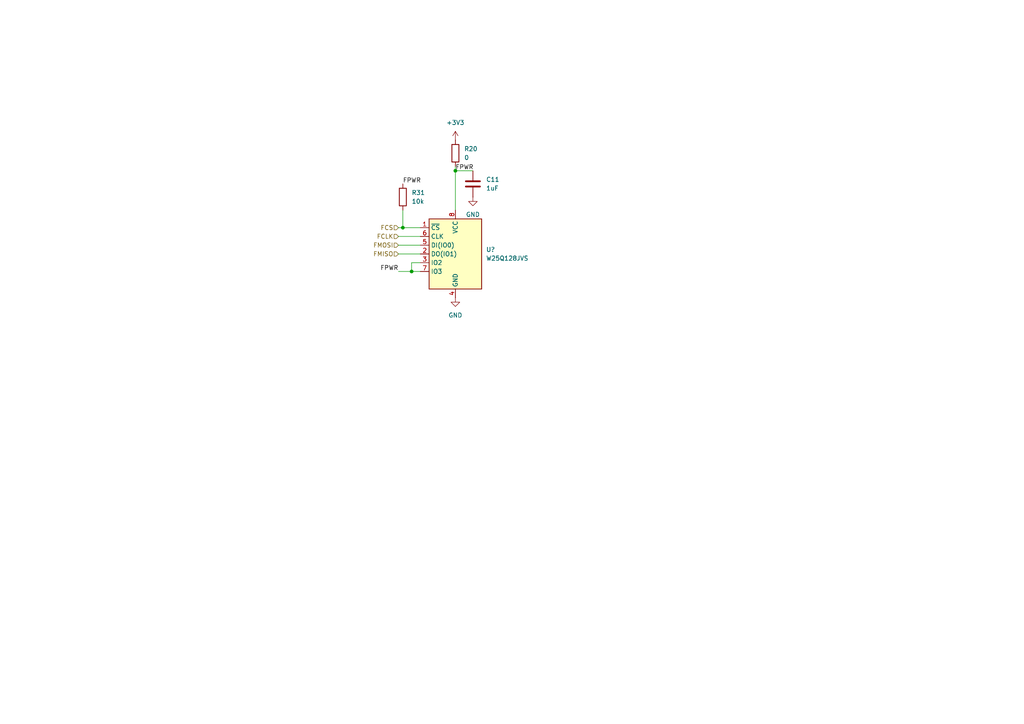
<source format=kicad_sch>
(kicad_sch (version 20231120) (generator "eeschema") (generator_version "8.0")
  (paper "A4")
  (lib_symbols
    (symbol "Device:C" (pin_numbers hide) (pin_names (offset 0.254))
      (property "Reference" "C" (at 0.635 2.54 0))
      (property "Value" "C" (at 0.635 -2.54 0))
      (symbol "C_0_1"
        (polyline (pts (xy -2.032 -0.762) (xy 2.032 -0.762)) (stroke (width 0.508)))
        (polyline (pts (xy -2.032 0.762) (xy 2.032 0.762)) (stroke (width 0.508)))
      )
      (symbol "C_1_1"
        (pin passive line (at 0 3.81 270) (length 2.794) (name "~") (number "1"))
        (pin passive line (at 0 -3.81 90) (length 2.794) (name "~") (number "2"))
      )
    )
    (symbol "Device:R" (pin_numbers hide) (pin_names (offset 0))
      (property "Reference" "R" (at 2.032 0 90))
      (property "Value" "R" (at 0 0 90))
      (symbol "R_0_1"
        (rectangle (start -1.016 -2.54) (end 1.016 2.54) (stroke (width 0.254)))
      )
      (symbol "R_1_1"
        (pin passive line (at 0 3.81 270) (length 1.27) (name "~") (number "1"))
        (pin passive line (at 0 -3.81 90) (length 1.27) (name "~") (number "2"))
      )
    )
    (symbol "Memory_Flash:W25Q128JVS"
      (property "Reference" "U" (at -8.89 8.89 0))
      (property "Value" "W25Q128JVS" (at 7.62 8.89 0))
      (symbol "W25Q128JVS_0_1"
        (rectangle (start -7.62 10.16) (end 7.62 -10.16) (stroke (width 0.254)) (fill (type background)))
      )
      (symbol "W25Q128JVS_1_1"
        (pin input line (at -10.16 7.62 0) (length 2.54) (name "~{CS}") (number "1"))
        (pin bidirectional line (at -10.16 0 0) (length 2.54) (name "DO(IO1)") (number "2"))
        (pin bidirectional line (at -10.16 -2.54 0) (length 2.54) (name "IO2") (number "3"))
        (pin power_in line (at 0 -12.7 90) (length 2.54) (name "GND") (number "4"))
        (pin bidirectional line (at -10.16 2.54 0) (length 2.54) (name "DI(IO0)") (number "5"))
        (pin input line (at -10.16 5.08 0) (length 2.54) (name "CLK") (number "6"))
        (pin bidirectional line (at -10.16 -5.08 0) (length 2.54) (name "IO3") (number "7"))
        (pin power_in line (at 0 12.7 270) (length 2.54) (name "VCC") (number "8"))
      )
    )
    (symbol "power:+3V3" (power) (pin_numbers hide) (pin_names (offset 0) hide)
      (property "Value" "+3V3" (at 0 3.556 0))
      (symbol "+3V3_0_1"
        (polyline (pts (xy -0.762 1.27) (xy 0 2.54)))
        (polyline (pts (xy 0 0) (xy 0 2.54)))
        (polyline (pts (xy 0 2.54) (xy 0.762 1.27)))
      )
      (symbol "+3V3_1_1"
        (pin power_in line (at 0 0 90) (length 0) (name "~") (number "1"))
      )
    )
    (symbol "power:GND" (power) (pin_numbers hide) (pin_names (offset 0) hide)
      (property "Value" "GND" (at 0 -3.81 0))
      (symbol "GND_0_1"
        (polyline (pts (xy 0 0) (xy 0 -1.27) (xy 1.27 -1.27) (xy 0 -2.54) (xy -1.27 -1.27) (xy 0 -1.27)))
      )
      (symbol "GND_1_1"
        (pin power_in line (at 0 0 270) (length 0) (name "~") (number "1"))
      )
    )
  )
  (junction (at 119.38 78.74))
  (junction (at 132.08 49.53))
  (junction (at 116.84 66.04))
  (wire (pts (xy 119.38 76.2) (xy 121.92 76.2)))
  (wire (pts (xy 115.57 66.04) (xy 116.84 66.04)))
  (wire (pts (xy 132.08 48.26) (xy 132.08 49.53)))
  (wire (pts (xy 132.08 49.53) (xy 132.08 60.96)))
  (wire (pts (xy 115.57 73.66) (xy 121.92 73.66)))
  (wire (pts (xy 132.08 49.53) (xy 137.16 49.53)))
  (wire (pts (xy 115.57 71.12) (xy 121.92 71.12)))
  (wire (pts (xy 119.38 78.74) (xy 121.92 78.74)))
  (wire (pts (xy 116.84 60.96) (xy 116.84 66.04)))
  (wire (pts (xy 115.57 68.58) (xy 121.92 68.58)))
  (wire (pts (xy 119.38 78.74) (xy 119.38 76.2)))
  (wire (pts (xy 116.84 66.04) (xy 121.92 66.04)))
  (wire (pts (xy 115.57 78.74) (xy 119.38 78.74)))
  (label "FPWR" (at 116.84 53.34 0))
  (label "FPWR" (at 115.57 78.74 180))
  (label "FPWR" (at 132.08 49.53 0))
  (hierarchical_label "FCLK" (shape input) (at 115.57 68.58 180))
  (hierarchical_label "FMISO" (shape input) (at 115.57 73.66 180))
  (hierarchical_label "FCS" (shape input) (at 115.57 66.04 180))
  (hierarchical_label "FMOSI" (shape input) (at 115.57 71.12 180))
  (symbol (lib_id "Device:R") (at 132.08 44.45 0) (unit 1)
    (property "Reference" "R20" (at 134.62 43.1799 0) (effects (justify left)))
    (property "Value" "0" (at 134.62 45.7199 0) (effects (justify left)))
    (property "Footprint" "Resistor_SMD:R_0603_1608Metric" (effects (hide yes)))
    (property "Description" "Resistor" (effects (hide yes)))
  )
  (symbol (lib_id "power:GND") (at 132.08 86.36 0) (unit 1)
    (property "Reference" "#PWR030" (effects (hide yes)))
    (property "Value" "GND" (at 132.08 91.44 0))
    (property "Description" "Power symbol creates a global label with name \"GND\" , ground" (effects (hide yes)))
  )
  (symbol (lib_id "power:+3V3") (at 132.08 40.64 0) (unit 1)
    (property "Reference" "#PWR029" (effects (hide yes)))
    (property "Value" "+3V3" (at 132.08 35.56 0))
    (property "Description" "Power symbol creates a global label with name \"+3V3\"" (effects (hide yes)))
  )
  (symbol (lib_id "Device:R") (at 116.84 57.15 0) (unit 1)
    (property "Reference" "R31" (at 119.38 55.8799 0) (effects (justify left)))
    (property "Value" "10k" (at 119.38 58.4199 0) (effects (justify left)))
    (property "Footprint" "Resistor_SMD:R_0603_1608Metric" (effects (hide yes)))
    (property "Description" "Resistor" (effects (hide yes)))
  )
  (symbol (lib_id "power:GND") (at 137.16 57.15 0) (unit 1)
    (property "Reference" "#PWR031" (effects (hide yes)))
    (property "Value" "GND" (at 137.16 62.23 0))
    (property "Description" "Power symbol creates a global label with name \"GND\" , ground" (effects (hide yes)))
  )
  (symbol (lib_id "Device:C") (at 137.16 53.34 0) (unit 1)
    (property "Reference" "C11" (at 140.97 52.0699 0) (effects (justify left)))
    (property "Value" "1uF" (at 140.97 54.6099 0) (effects (justify left)))
    (property "Footprint" "Capacitor_SMD:C_0603_1608Metric" (effects (hide yes)))
    (property "Description" "Unpolarized capacitor" (effects (hide yes)))
  )
  (symbol (lib_id "Memory_Flash:W25Q128JVS") (at 132.08 73.66 0) (unit 1)
    (property "Reference" "U?" (at 140.97 72.3899 0) (effects (justify left)))
    (property "Value" "W25Q128JVS" (at 140.97 74.9299 0) (effects (justify left)))
    (property "Footprint" "Package_SO:SOIC-8_5.23x5.23mm_P1.27mm" (effects (hide yes)))
    (property "Datasheet" "http://www.winbond.com/resource-files/w25q128jv_dtr%20revc%2003272018%20plus.pdf" (effects (hide yes)))
    (property "Description" "128Mb Serial Flash Memory, Standard/Dual/Quad SPI, SOIC-8" (effects (hide yes)))
    (property "JLCPCB" "C97521" (effects (hide yes)))
  )
)
</source>
